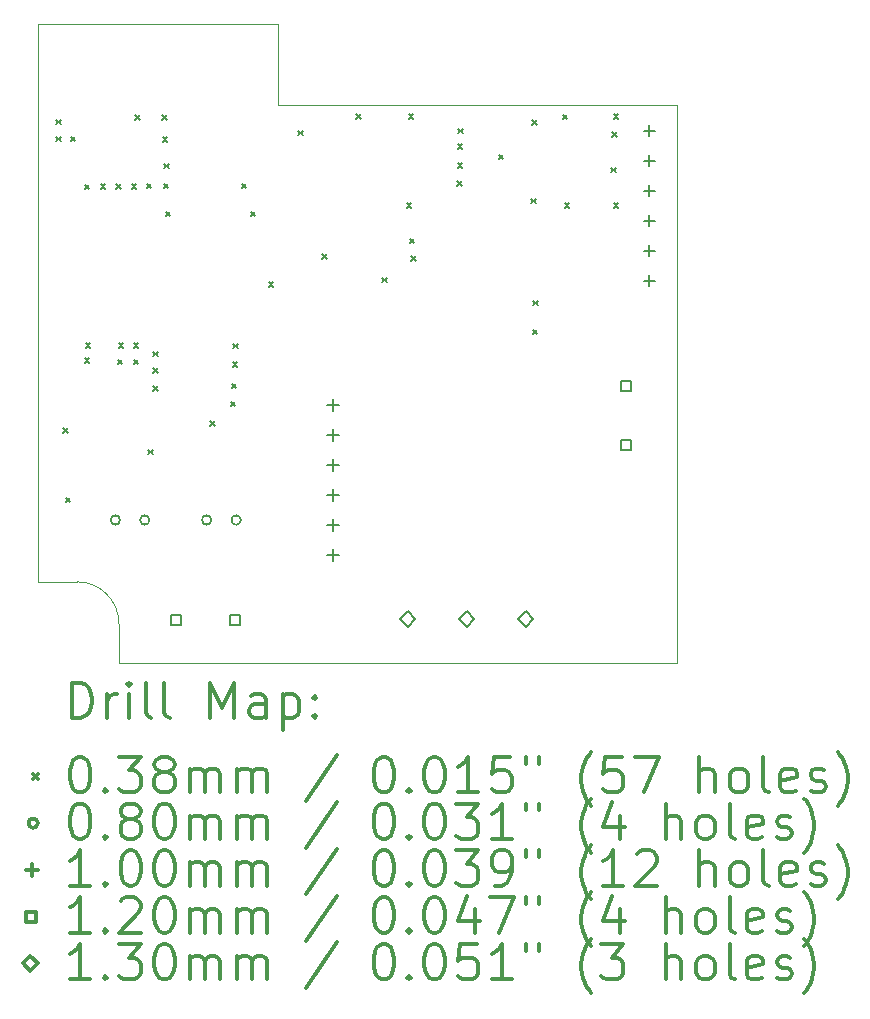
<source format=gbr>
%FSLAX45Y45*%
G04 Gerber Fmt 4.5, Leading zero omitted, Abs format (unit mm)*
G04 Created by KiCad (PCBNEW (5.1.8-0-10_14)) date 2021-08-13 20:41:15*
%MOMM*%
%LPD*%
G01*
G04 APERTURE LIST*
%TA.AperFunction,Profile*%
%ADD10C,0.025400*%
%TD*%
%ADD11C,0.200000*%
%ADD12C,0.300000*%
G04 APERTURE END LIST*
D10*
X22352000Y-8305800D02*
X25730200Y-8305800D01*
X22352000Y-8305800D02*
X22352000Y-7620000D01*
X20650200Y-12344400D02*
X20320000Y-12344400D01*
X21005800Y-12700000D02*
X21005800Y-13030200D01*
X21005800Y-12700000D02*
G75*
G03*
X20650200Y-12344400I-355600J0D01*
G01*
X20320000Y-12344400D02*
X20320000Y-7620000D01*
X21005800Y-13030200D02*
X25730200Y-13030200D01*
X25730200Y-8305800D02*
X25730200Y-13030200D01*
X20320000Y-7620000D02*
X22352000Y-7620000D01*
D11*
X20473670Y-8434070D02*
X20511770Y-8472170D01*
X20511770Y-8434070D02*
X20473670Y-8472170D01*
X20473670Y-8576310D02*
X20511770Y-8614410D01*
X20511770Y-8576310D02*
X20473670Y-8614410D01*
X20534630Y-11045190D02*
X20572730Y-11083290D01*
X20572730Y-11045190D02*
X20534630Y-11083290D01*
X20554950Y-11634470D02*
X20593050Y-11672570D01*
X20593050Y-11634470D02*
X20554950Y-11672570D01*
X20595590Y-8576310D02*
X20633690Y-8614410D01*
X20633690Y-8576310D02*
X20595590Y-8614410D01*
X20717510Y-8982710D02*
X20755610Y-9020810D01*
X20755610Y-8982710D02*
X20717510Y-9020810D01*
X20717510Y-10450830D02*
X20755610Y-10488930D01*
X20755610Y-10450830D02*
X20717510Y-10488930D01*
X20722590Y-10323830D02*
X20760690Y-10361930D01*
X20760690Y-10323830D02*
X20722590Y-10361930D01*
X20849590Y-8977630D02*
X20887690Y-9015730D01*
X20887690Y-8977630D02*
X20849590Y-9015730D01*
X20981670Y-8977630D02*
X21019770Y-9015730D01*
X21019770Y-8977630D02*
X20981670Y-9015730D01*
X20996910Y-10466070D02*
X21035010Y-10504170D01*
X21035010Y-10466070D02*
X20996910Y-10504170D01*
X21001990Y-10323830D02*
X21040090Y-10361930D01*
X21040090Y-10323830D02*
X21001990Y-10361930D01*
X21113750Y-8977630D02*
X21151850Y-9015730D01*
X21151850Y-8977630D02*
X21113750Y-9015730D01*
X21128990Y-10323830D02*
X21167090Y-10361930D01*
X21167090Y-10323830D02*
X21128990Y-10361930D01*
X21128990Y-10466070D02*
X21167090Y-10504170D01*
X21167090Y-10466070D02*
X21128990Y-10504170D01*
X21144230Y-8393430D02*
X21182330Y-8431530D01*
X21182330Y-8393430D02*
X21144230Y-8431530D01*
X21240750Y-8972550D02*
X21278850Y-9010650D01*
X21278850Y-8972550D02*
X21240750Y-9010650D01*
X21254390Y-11226470D02*
X21292490Y-11264570D01*
X21292490Y-11226470D02*
X21254390Y-11264570D01*
X21296630Y-10394950D02*
X21334730Y-10433050D01*
X21334730Y-10394950D02*
X21296630Y-10433050D01*
X21296630Y-10537190D02*
X21334730Y-10575290D01*
X21334730Y-10537190D02*
X21296630Y-10575290D01*
X21296630Y-10689590D02*
X21334730Y-10727690D01*
X21334730Y-10689590D02*
X21296630Y-10727690D01*
X21372830Y-8393430D02*
X21410930Y-8431530D01*
X21410930Y-8393430D02*
X21372830Y-8431530D01*
X21377910Y-8581390D02*
X21416010Y-8619490D01*
X21416010Y-8581390D02*
X21377910Y-8619490D01*
X21382990Y-8972550D02*
X21421090Y-9010650D01*
X21421090Y-8972550D02*
X21382990Y-9010650D01*
X21388070Y-8804910D02*
X21426170Y-8843010D01*
X21426170Y-8804910D02*
X21388070Y-8843010D01*
X21403310Y-9211310D02*
X21441410Y-9249410D01*
X21441410Y-9211310D02*
X21403310Y-9249410D01*
X21779230Y-10984230D02*
X21817330Y-11022330D01*
X21817330Y-10984230D02*
X21779230Y-11022330D01*
X21951950Y-10821670D02*
X21990050Y-10859770D01*
X21990050Y-10821670D02*
X21951950Y-10859770D01*
X21962110Y-10669270D02*
X22000210Y-10707370D01*
X22000210Y-10669270D02*
X21962110Y-10707370D01*
X21967190Y-10486390D02*
X22005290Y-10524490D01*
X22005290Y-10486390D02*
X21967190Y-10524490D01*
X21972270Y-10328910D02*
X22010370Y-10367010D01*
X22010370Y-10328910D02*
X21972270Y-10367010D01*
X22043390Y-8974030D02*
X22081490Y-9012130D01*
X22081490Y-8974030D02*
X22043390Y-9012130D01*
X22119590Y-9211310D02*
X22157690Y-9249410D01*
X22157690Y-9211310D02*
X22119590Y-9249410D01*
X22275590Y-9807150D02*
X22313690Y-9845250D01*
X22313690Y-9807150D02*
X22275590Y-9845250D01*
X22522390Y-8524030D02*
X22560490Y-8562130D01*
X22560490Y-8524030D02*
X22522390Y-8562130D01*
X22726990Y-9569790D02*
X22765090Y-9607890D01*
X22765090Y-9569790D02*
X22726990Y-9607890D01*
X23014110Y-8387910D02*
X23052210Y-8426010D01*
X23052210Y-8387910D02*
X23014110Y-8426010D01*
X23235950Y-9768870D02*
X23274050Y-9806970D01*
X23274050Y-9768870D02*
X23235950Y-9806970D01*
X23440390Y-9137650D02*
X23478490Y-9175750D01*
X23478490Y-9137650D02*
X23440390Y-9175750D01*
X23460270Y-8387910D02*
X23498370Y-8426010D01*
X23498370Y-8387910D02*
X23460270Y-8426010D01*
X23468870Y-9437910D02*
X23506970Y-9476010D01*
X23506970Y-9437910D02*
X23468870Y-9476010D01*
X23480350Y-9587910D02*
X23518450Y-9626010D01*
X23518450Y-9587910D02*
X23480350Y-9626010D01*
X23869650Y-8952230D02*
X23907750Y-8990330D01*
X23907750Y-8952230D02*
X23869650Y-8990330D01*
X23872190Y-8639810D02*
X23910290Y-8677910D01*
X23910290Y-8639810D02*
X23872190Y-8677910D01*
X23874730Y-8802370D02*
X23912830Y-8840470D01*
X23912830Y-8802370D02*
X23874730Y-8840470D01*
X23879810Y-8507730D02*
X23917910Y-8545830D01*
X23917910Y-8507730D02*
X23879810Y-8545830D01*
X24220950Y-8730470D02*
X24259050Y-8768570D01*
X24259050Y-8730470D02*
X24220950Y-8768570D01*
X24494490Y-9099550D02*
X24532590Y-9137650D01*
X24532590Y-9099550D02*
X24494490Y-9137650D01*
X24506250Y-8435670D02*
X24544350Y-8473770D01*
X24544350Y-8435670D02*
X24506250Y-8473770D01*
X24509730Y-10209530D02*
X24547830Y-10247630D01*
X24547830Y-10209530D02*
X24509730Y-10247630D01*
X24512270Y-9963150D02*
X24550370Y-10001250D01*
X24550370Y-9963150D02*
X24512270Y-10001250D01*
X24761190Y-8388350D02*
X24799290Y-8426450D01*
X24799290Y-8388350D02*
X24761190Y-8426450D01*
X24778711Y-9137910D02*
X24816811Y-9176010D01*
X24816811Y-9137910D02*
X24778711Y-9176010D01*
X25172650Y-8837910D02*
X25210750Y-8876010D01*
X25210750Y-8837910D02*
X25172650Y-8876010D01*
X25182530Y-8537910D02*
X25220630Y-8576010D01*
X25220630Y-8537910D02*
X25182530Y-8576010D01*
X25192550Y-8387910D02*
X25230650Y-8426010D01*
X25230650Y-8387910D02*
X25192550Y-8426010D01*
X25195270Y-9137910D02*
X25233370Y-9176010D01*
X25233370Y-9137910D02*
X25195270Y-9176010D01*
X21014240Y-11821160D02*
G75*
G03*
X21014240Y-11821160I-40000J0D01*
G01*
X21264240Y-11821160D02*
G75*
G03*
X21264240Y-11821160I-40000J0D01*
G01*
X21787480Y-11821160D02*
G75*
G03*
X21787480Y-11821160I-40000J0D01*
G01*
X22037480Y-11821160D02*
G75*
G03*
X22037480Y-11821160I-40000J0D01*
G01*
X22814280Y-10795800D02*
X22814280Y-10895800D01*
X22764280Y-10845800D02*
X22864280Y-10845800D01*
X22814280Y-11049800D02*
X22814280Y-11149800D01*
X22764280Y-11099800D02*
X22864280Y-11099800D01*
X22814280Y-11303800D02*
X22814280Y-11403800D01*
X22764280Y-11353800D02*
X22864280Y-11353800D01*
X22814280Y-11557800D02*
X22814280Y-11657800D01*
X22764280Y-11607800D02*
X22864280Y-11607800D01*
X22814280Y-11811800D02*
X22814280Y-11911800D01*
X22764280Y-11861800D02*
X22864280Y-11861800D01*
X22814280Y-12065800D02*
X22814280Y-12165800D01*
X22764280Y-12115800D02*
X22864280Y-12115800D01*
X25496520Y-8474240D02*
X25496520Y-8574240D01*
X25446520Y-8524240D02*
X25546520Y-8524240D01*
X25496520Y-8728240D02*
X25496520Y-8828240D01*
X25446520Y-8778240D02*
X25546520Y-8778240D01*
X25496520Y-8982240D02*
X25496520Y-9082240D01*
X25446520Y-9032240D02*
X25546520Y-9032240D01*
X25496520Y-9236240D02*
X25496520Y-9336240D01*
X25446520Y-9286240D02*
X25546520Y-9286240D01*
X25496520Y-9490240D02*
X25496520Y-9590240D01*
X25446520Y-9540240D02*
X25546520Y-9540240D01*
X25496520Y-9744240D02*
X25496520Y-9844240D01*
X25446520Y-9794240D02*
X25546520Y-9794240D01*
X21530827Y-12706867D02*
X21530827Y-12622013D01*
X21445973Y-12622013D01*
X21445973Y-12706867D01*
X21530827Y-12706867D01*
X22030827Y-12706867D02*
X22030827Y-12622013D01*
X21945973Y-12622013D01*
X21945973Y-12706867D01*
X22030827Y-12706867D01*
X25340827Y-10725667D02*
X25340827Y-10640813D01*
X25255973Y-10640813D01*
X25255973Y-10725667D01*
X25340827Y-10725667D01*
X25340827Y-11225667D02*
X25340827Y-11140813D01*
X25255973Y-11140813D01*
X25255973Y-11225667D01*
X25340827Y-11225667D01*
X23449280Y-12724360D02*
X23514280Y-12659360D01*
X23449280Y-12594360D01*
X23384280Y-12659360D01*
X23449280Y-12724360D01*
X23949280Y-12724360D02*
X24014280Y-12659360D01*
X23949280Y-12594360D01*
X23884280Y-12659360D01*
X23949280Y-12724360D01*
X24449280Y-12724360D02*
X24514280Y-12659360D01*
X24449280Y-12594360D01*
X24384280Y-12659360D01*
X24449280Y-12724360D01*
D12*
X20605158Y-13497184D02*
X20605158Y-13197184D01*
X20676587Y-13197184D01*
X20719444Y-13211470D01*
X20748016Y-13240041D01*
X20762301Y-13268613D01*
X20776587Y-13325756D01*
X20776587Y-13368613D01*
X20762301Y-13425756D01*
X20748016Y-13454327D01*
X20719444Y-13482899D01*
X20676587Y-13497184D01*
X20605158Y-13497184D01*
X20905158Y-13497184D02*
X20905158Y-13297184D01*
X20905158Y-13354327D02*
X20919444Y-13325756D01*
X20933730Y-13311470D01*
X20962301Y-13297184D01*
X20990873Y-13297184D01*
X21090873Y-13497184D02*
X21090873Y-13297184D01*
X21090873Y-13197184D02*
X21076587Y-13211470D01*
X21090873Y-13225756D01*
X21105158Y-13211470D01*
X21090873Y-13197184D01*
X21090873Y-13225756D01*
X21276587Y-13497184D02*
X21248016Y-13482899D01*
X21233730Y-13454327D01*
X21233730Y-13197184D01*
X21433730Y-13497184D02*
X21405158Y-13482899D01*
X21390873Y-13454327D01*
X21390873Y-13197184D01*
X21776587Y-13497184D02*
X21776587Y-13197184D01*
X21876587Y-13411470D01*
X21976587Y-13197184D01*
X21976587Y-13497184D01*
X22248016Y-13497184D02*
X22248016Y-13340041D01*
X22233730Y-13311470D01*
X22205158Y-13297184D01*
X22148016Y-13297184D01*
X22119444Y-13311470D01*
X22248016Y-13482899D02*
X22219444Y-13497184D01*
X22148016Y-13497184D01*
X22119444Y-13482899D01*
X22105158Y-13454327D01*
X22105158Y-13425756D01*
X22119444Y-13397184D01*
X22148016Y-13382899D01*
X22219444Y-13382899D01*
X22248016Y-13368613D01*
X22390873Y-13297184D02*
X22390873Y-13597184D01*
X22390873Y-13311470D02*
X22419444Y-13297184D01*
X22476587Y-13297184D01*
X22505158Y-13311470D01*
X22519444Y-13325756D01*
X22533730Y-13354327D01*
X22533730Y-13440041D01*
X22519444Y-13468613D01*
X22505158Y-13482899D01*
X22476587Y-13497184D01*
X22419444Y-13497184D01*
X22390873Y-13482899D01*
X22662301Y-13468613D02*
X22676587Y-13482899D01*
X22662301Y-13497184D01*
X22648016Y-13482899D01*
X22662301Y-13468613D01*
X22662301Y-13497184D01*
X22662301Y-13311470D02*
X22676587Y-13325756D01*
X22662301Y-13340041D01*
X22648016Y-13325756D01*
X22662301Y-13311470D01*
X22662301Y-13340041D01*
X20280630Y-13972420D02*
X20318730Y-14010520D01*
X20318730Y-13972420D02*
X20280630Y-14010520D01*
X20662301Y-13827184D02*
X20690873Y-13827184D01*
X20719444Y-13841470D01*
X20733730Y-13855756D01*
X20748016Y-13884327D01*
X20762301Y-13941470D01*
X20762301Y-14012899D01*
X20748016Y-14070041D01*
X20733730Y-14098613D01*
X20719444Y-14112899D01*
X20690873Y-14127184D01*
X20662301Y-14127184D01*
X20633730Y-14112899D01*
X20619444Y-14098613D01*
X20605158Y-14070041D01*
X20590873Y-14012899D01*
X20590873Y-13941470D01*
X20605158Y-13884327D01*
X20619444Y-13855756D01*
X20633730Y-13841470D01*
X20662301Y-13827184D01*
X20890873Y-14098613D02*
X20905158Y-14112899D01*
X20890873Y-14127184D01*
X20876587Y-14112899D01*
X20890873Y-14098613D01*
X20890873Y-14127184D01*
X21005158Y-13827184D02*
X21190873Y-13827184D01*
X21090873Y-13941470D01*
X21133730Y-13941470D01*
X21162301Y-13955756D01*
X21176587Y-13970041D01*
X21190873Y-13998613D01*
X21190873Y-14070041D01*
X21176587Y-14098613D01*
X21162301Y-14112899D01*
X21133730Y-14127184D01*
X21048016Y-14127184D01*
X21019444Y-14112899D01*
X21005158Y-14098613D01*
X21362301Y-13955756D02*
X21333730Y-13941470D01*
X21319444Y-13927184D01*
X21305158Y-13898613D01*
X21305158Y-13884327D01*
X21319444Y-13855756D01*
X21333730Y-13841470D01*
X21362301Y-13827184D01*
X21419444Y-13827184D01*
X21448016Y-13841470D01*
X21462301Y-13855756D01*
X21476587Y-13884327D01*
X21476587Y-13898613D01*
X21462301Y-13927184D01*
X21448016Y-13941470D01*
X21419444Y-13955756D01*
X21362301Y-13955756D01*
X21333730Y-13970041D01*
X21319444Y-13984327D01*
X21305158Y-14012899D01*
X21305158Y-14070041D01*
X21319444Y-14098613D01*
X21333730Y-14112899D01*
X21362301Y-14127184D01*
X21419444Y-14127184D01*
X21448016Y-14112899D01*
X21462301Y-14098613D01*
X21476587Y-14070041D01*
X21476587Y-14012899D01*
X21462301Y-13984327D01*
X21448016Y-13970041D01*
X21419444Y-13955756D01*
X21605158Y-14127184D02*
X21605158Y-13927184D01*
X21605158Y-13955756D02*
X21619444Y-13941470D01*
X21648016Y-13927184D01*
X21690873Y-13927184D01*
X21719444Y-13941470D01*
X21733730Y-13970041D01*
X21733730Y-14127184D01*
X21733730Y-13970041D02*
X21748016Y-13941470D01*
X21776587Y-13927184D01*
X21819444Y-13927184D01*
X21848016Y-13941470D01*
X21862301Y-13970041D01*
X21862301Y-14127184D01*
X22005158Y-14127184D02*
X22005158Y-13927184D01*
X22005158Y-13955756D02*
X22019444Y-13941470D01*
X22048016Y-13927184D01*
X22090873Y-13927184D01*
X22119444Y-13941470D01*
X22133730Y-13970041D01*
X22133730Y-14127184D01*
X22133730Y-13970041D02*
X22148016Y-13941470D01*
X22176587Y-13927184D01*
X22219444Y-13927184D01*
X22248016Y-13941470D01*
X22262301Y-13970041D01*
X22262301Y-14127184D01*
X22848016Y-13812899D02*
X22590873Y-14198613D01*
X23233730Y-13827184D02*
X23262301Y-13827184D01*
X23290873Y-13841470D01*
X23305158Y-13855756D01*
X23319444Y-13884327D01*
X23333730Y-13941470D01*
X23333730Y-14012899D01*
X23319444Y-14070041D01*
X23305158Y-14098613D01*
X23290873Y-14112899D01*
X23262301Y-14127184D01*
X23233730Y-14127184D01*
X23205158Y-14112899D01*
X23190873Y-14098613D01*
X23176587Y-14070041D01*
X23162301Y-14012899D01*
X23162301Y-13941470D01*
X23176587Y-13884327D01*
X23190873Y-13855756D01*
X23205158Y-13841470D01*
X23233730Y-13827184D01*
X23462301Y-14098613D02*
X23476587Y-14112899D01*
X23462301Y-14127184D01*
X23448016Y-14112899D01*
X23462301Y-14098613D01*
X23462301Y-14127184D01*
X23662301Y-13827184D02*
X23690873Y-13827184D01*
X23719444Y-13841470D01*
X23733730Y-13855756D01*
X23748016Y-13884327D01*
X23762301Y-13941470D01*
X23762301Y-14012899D01*
X23748016Y-14070041D01*
X23733730Y-14098613D01*
X23719444Y-14112899D01*
X23690873Y-14127184D01*
X23662301Y-14127184D01*
X23633730Y-14112899D01*
X23619444Y-14098613D01*
X23605158Y-14070041D01*
X23590873Y-14012899D01*
X23590873Y-13941470D01*
X23605158Y-13884327D01*
X23619444Y-13855756D01*
X23633730Y-13841470D01*
X23662301Y-13827184D01*
X24048016Y-14127184D02*
X23876587Y-14127184D01*
X23962301Y-14127184D02*
X23962301Y-13827184D01*
X23933730Y-13870041D01*
X23905158Y-13898613D01*
X23876587Y-13912899D01*
X24319444Y-13827184D02*
X24176587Y-13827184D01*
X24162301Y-13970041D01*
X24176587Y-13955756D01*
X24205158Y-13941470D01*
X24276587Y-13941470D01*
X24305158Y-13955756D01*
X24319444Y-13970041D01*
X24333730Y-13998613D01*
X24333730Y-14070041D01*
X24319444Y-14098613D01*
X24305158Y-14112899D01*
X24276587Y-14127184D01*
X24205158Y-14127184D01*
X24176587Y-14112899D01*
X24162301Y-14098613D01*
X24448016Y-13827184D02*
X24448016Y-13884327D01*
X24562301Y-13827184D02*
X24562301Y-13884327D01*
X25005158Y-14241470D02*
X24990873Y-14227184D01*
X24962301Y-14184327D01*
X24948016Y-14155756D01*
X24933730Y-14112899D01*
X24919444Y-14041470D01*
X24919444Y-13984327D01*
X24933730Y-13912899D01*
X24948016Y-13870041D01*
X24962301Y-13841470D01*
X24990873Y-13798613D01*
X25005158Y-13784327D01*
X25262301Y-13827184D02*
X25119444Y-13827184D01*
X25105158Y-13970041D01*
X25119444Y-13955756D01*
X25148016Y-13941470D01*
X25219444Y-13941470D01*
X25248016Y-13955756D01*
X25262301Y-13970041D01*
X25276587Y-13998613D01*
X25276587Y-14070041D01*
X25262301Y-14098613D01*
X25248016Y-14112899D01*
X25219444Y-14127184D01*
X25148016Y-14127184D01*
X25119444Y-14112899D01*
X25105158Y-14098613D01*
X25376587Y-13827184D02*
X25576587Y-13827184D01*
X25448016Y-14127184D01*
X25919444Y-14127184D02*
X25919444Y-13827184D01*
X26048016Y-14127184D02*
X26048016Y-13970041D01*
X26033730Y-13941470D01*
X26005158Y-13927184D01*
X25962301Y-13927184D01*
X25933730Y-13941470D01*
X25919444Y-13955756D01*
X26233730Y-14127184D02*
X26205158Y-14112899D01*
X26190873Y-14098613D01*
X26176587Y-14070041D01*
X26176587Y-13984327D01*
X26190873Y-13955756D01*
X26205158Y-13941470D01*
X26233730Y-13927184D01*
X26276587Y-13927184D01*
X26305158Y-13941470D01*
X26319444Y-13955756D01*
X26333730Y-13984327D01*
X26333730Y-14070041D01*
X26319444Y-14098613D01*
X26305158Y-14112899D01*
X26276587Y-14127184D01*
X26233730Y-14127184D01*
X26505158Y-14127184D02*
X26476587Y-14112899D01*
X26462301Y-14084327D01*
X26462301Y-13827184D01*
X26733730Y-14112899D02*
X26705158Y-14127184D01*
X26648016Y-14127184D01*
X26619444Y-14112899D01*
X26605158Y-14084327D01*
X26605158Y-13970041D01*
X26619444Y-13941470D01*
X26648016Y-13927184D01*
X26705158Y-13927184D01*
X26733730Y-13941470D01*
X26748016Y-13970041D01*
X26748016Y-13998613D01*
X26605158Y-14027184D01*
X26862301Y-14112899D02*
X26890873Y-14127184D01*
X26948016Y-14127184D01*
X26976587Y-14112899D01*
X26990873Y-14084327D01*
X26990873Y-14070041D01*
X26976587Y-14041470D01*
X26948016Y-14027184D01*
X26905158Y-14027184D01*
X26876587Y-14012899D01*
X26862301Y-13984327D01*
X26862301Y-13970041D01*
X26876587Y-13941470D01*
X26905158Y-13927184D01*
X26948016Y-13927184D01*
X26976587Y-13941470D01*
X27090873Y-14241470D02*
X27105158Y-14227184D01*
X27133730Y-14184327D01*
X27148016Y-14155756D01*
X27162301Y-14112899D01*
X27176587Y-14041470D01*
X27176587Y-13984327D01*
X27162301Y-13912899D01*
X27148016Y-13870041D01*
X27133730Y-13841470D01*
X27105158Y-13798613D01*
X27090873Y-13784327D01*
X20318730Y-14387470D02*
G75*
G03*
X20318730Y-14387470I-40000J0D01*
G01*
X20662301Y-14223184D02*
X20690873Y-14223184D01*
X20719444Y-14237470D01*
X20733730Y-14251756D01*
X20748016Y-14280327D01*
X20762301Y-14337470D01*
X20762301Y-14408899D01*
X20748016Y-14466041D01*
X20733730Y-14494613D01*
X20719444Y-14508899D01*
X20690873Y-14523184D01*
X20662301Y-14523184D01*
X20633730Y-14508899D01*
X20619444Y-14494613D01*
X20605158Y-14466041D01*
X20590873Y-14408899D01*
X20590873Y-14337470D01*
X20605158Y-14280327D01*
X20619444Y-14251756D01*
X20633730Y-14237470D01*
X20662301Y-14223184D01*
X20890873Y-14494613D02*
X20905158Y-14508899D01*
X20890873Y-14523184D01*
X20876587Y-14508899D01*
X20890873Y-14494613D01*
X20890873Y-14523184D01*
X21076587Y-14351756D02*
X21048016Y-14337470D01*
X21033730Y-14323184D01*
X21019444Y-14294613D01*
X21019444Y-14280327D01*
X21033730Y-14251756D01*
X21048016Y-14237470D01*
X21076587Y-14223184D01*
X21133730Y-14223184D01*
X21162301Y-14237470D01*
X21176587Y-14251756D01*
X21190873Y-14280327D01*
X21190873Y-14294613D01*
X21176587Y-14323184D01*
X21162301Y-14337470D01*
X21133730Y-14351756D01*
X21076587Y-14351756D01*
X21048016Y-14366041D01*
X21033730Y-14380327D01*
X21019444Y-14408899D01*
X21019444Y-14466041D01*
X21033730Y-14494613D01*
X21048016Y-14508899D01*
X21076587Y-14523184D01*
X21133730Y-14523184D01*
X21162301Y-14508899D01*
X21176587Y-14494613D01*
X21190873Y-14466041D01*
X21190873Y-14408899D01*
X21176587Y-14380327D01*
X21162301Y-14366041D01*
X21133730Y-14351756D01*
X21376587Y-14223184D02*
X21405158Y-14223184D01*
X21433730Y-14237470D01*
X21448016Y-14251756D01*
X21462301Y-14280327D01*
X21476587Y-14337470D01*
X21476587Y-14408899D01*
X21462301Y-14466041D01*
X21448016Y-14494613D01*
X21433730Y-14508899D01*
X21405158Y-14523184D01*
X21376587Y-14523184D01*
X21348016Y-14508899D01*
X21333730Y-14494613D01*
X21319444Y-14466041D01*
X21305158Y-14408899D01*
X21305158Y-14337470D01*
X21319444Y-14280327D01*
X21333730Y-14251756D01*
X21348016Y-14237470D01*
X21376587Y-14223184D01*
X21605158Y-14523184D02*
X21605158Y-14323184D01*
X21605158Y-14351756D02*
X21619444Y-14337470D01*
X21648016Y-14323184D01*
X21690873Y-14323184D01*
X21719444Y-14337470D01*
X21733730Y-14366041D01*
X21733730Y-14523184D01*
X21733730Y-14366041D02*
X21748016Y-14337470D01*
X21776587Y-14323184D01*
X21819444Y-14323184D01*
X21848016Y-14337470D01*
X21862301Y-14366041D01*
X21862301Y-14523184D01*
X22005158Y-14523184D02*
X22005158Y-14323184D01*
X22005158Y-14351756D02*
X22019444Y-14337470D01*
X22048016Y-14323184D01*
X22090873Y-14323184D01*
X22119444Y-14337470D01*
X22133730Y-14366041D01*
X22133730Y-14523184D01*
X22133730Y-14366041D02*
X22148016Y-14337470D01*
X22176587Y-14323184D01*
X22219444Y-14323184D01*
X22248016Y-14337470D01*
X22262301Y-14366041D01*
X22262301Y-14523184D01*
X22848016Y-14208899D02*
X22590873Y-14594613D01*
X23233730Y-14223184D02*
X23262301Y-14223184D01*
X23290873Y-14237470D01*
X23305158Y-14251756D01*
X23319444Y-14280327D01*
X23333730Y-14337470D01*
X23333730Y-14408899D01*
X23319444Y-14466041D01*
X23305158Y-14494613D01*
X23290873Y-14508899D01*
X23262301Y-14523184D01*
X23233730Y-14523184D01*
X23205158Y-14508899D01*
X23190873Y-14494613D01*
X23176587Y-14466041D01*
X23162301Y-14408899D01*
X23162301Y-14337470D01*
X23176587Y-14280327D01*
X23190873Y-14251756D01*
X23205158Y-14237470D01*
X23233730Y-14223184D01*
X23462301Y-14494613D02*
X23476587Y-14508899D01*
X23462301Y-14523184D01*
X23448016Y-14508899D01*
X23462301Y-14494613D01*
X23462301Y-14523184D01*
X23662301Y-14223184D02*
X23690873Y-14223184D01*
X23719444Y-14237470D01*
X23733730Y-14251756D01*
X23748016Y-14280327D01*
X23762301Y-14337470D01*
X23762301Y-14408899D01*
X23748016Y-14466041D01*
X23733730Y-14494613D01*
X23719444Y-14508899D01*
X23690873Y-14523184D01*
X23662301Y-14523184D01*
X23633730Y-14508899D01*
X23619444Y-14494613D01*
X23605158Y-14466041D01*
X23590873Y-14408899D01*
X23590873Y-14337470D01*
X23605158Y-14280327D01*
X23619444Y-14251756D01*
X23633730Y-14237470D01*
X23662301Y-14223184D01*
X23862301Y-14223184D02*
X24048016Y-14223184D01*
X23948016Y-14337470D01*
X23990873Y-14337470D01*
X24019444Y-14351756D01*
X24033730Y-14366041D01*
X24048016Y-14394613D01*
X24048016Y-14466041D01*
X24033730Y-14494613D01*
X24019444Y-14508899D01*
X23990873Y-14523184D01*
X23905158Y-14523184D01*
X23876587Y-14508899D01*
X23862301Y-14494613D01*
X24333730Y-14523184D02*
X24162301Y-14523184D01*
X24248016Y-14523184D02*
X24248016Y-14223184D01*
X24219444Y-14266041D01*
X24190873Y-14294613D01*
X24162301Y-14308899D01*
X24448016Y-14223184D02*
X24448016Y-14280327D01*
X24562301Y-14223184D02*
X24562301Y-14280327D01*
X25005158Y-14637470D02*
X24990873Y-14623184D01*
X24962301Y-14580327D01*
X24948016Y-14551756D01*
X24933730Y-14508899D01*
X24919444Y-14437470D01*
X24919444Y-14380327D01*
X24933730Y-14308899D01*
X24948016Y-14266041D01*
X24962301Y-14237470D01*
X24990873Y-14194613D01*
X25005158Y-14180327D01*
X25248016Y-14323184D02*
X25248016Y-14523184D01*
X25176587Y-14208899D02*
X25105158Y-14423184D01*
X25290873Y-14423184D01*
X25633730Y-14523184D02*
X25633730Y-14223184D01*
X25762301Y-14523184D02*
X25762301Y-14366041D01*
X25748016Y-14337470D01*
X25719444Y-14323184D01*
X25676587Y-14323184D01*
X25648016Y-14337470D01*
X25633730Y-14351756D01*
X25948016Y-14523184D02*
X25919444Y-14508899D01*
X25905158Y-14494613D01*
X25890873Y-14466041D01*
X25890873Y-14380327D01*
X25905158Y-14351756D01*
X25919444Y-14337470D01*
X25948016Y-14323184D01*
X25990873Y-14323184D01*
X26019444Y-14337470D01*
X26033730Y-14351756D01*
X26048016Y-14380327D01*
X26048016Y-14466041D01*
X26033730Y-14494613D01*
X26019444Y-14508899D01*
X25990873Y-14523184D01*
X25948016Y-14523184D01*
X26219444Y-14523184D02*
X26190873Y-14508899D01*
X26176587Y-14480327D01*
X26176587Y-14223184D01*
X26448016Y-14508899D02*
X26419444Y-14523184D01*
X26362301Y-14523184D01*
X26333730Y-14508899D01*
X26319444Y-14480327D01*
X26319444Y-14366041D01*
X26333730Y-14337470D01*
X26362301Y-14323184D01*
X26419444Y-14323184D01*
X26448016Y-14337470D01*
X26462301Y-14366041D01*
X26462301Y-14394613D01*
X26319444Y-14423184D01*
X26576587Y-14508899D02*
X26605158Y-14523184D01*
X26662301Y-14523184D01*
X26690873Y-14508899D01*
X26705158Y-14480327D01*
X26705158Y-14466041D01*
X26690873Y-14437470D01*
X26662301Y-14423184D01*
X26619444Y-14423184D01*
X26590873Y-14408899D01*
X26576587Y-14380327D01*
X26576587Y-14366041D01*
X26590873Y-14337470D01*
X26619444Y-14323184D01*
X26662301Y-14323184D01*
X26690873Y-14337470D01*
X26805158Y-14637470D02*
X26819444Y-14623184D01*
X26848016Y-14580327D01*
X26862301Y-14551756D01*
X26876587Y-14508899D01*
X26890873Y-14437470D01*
X26890873Y-14380327D01*
X26876587Y-14308899D01*
X26862301Y-14266041D01*
X26848016Y-14237470D01*
X26819444Y-14194613D01*
X26805158Y-14180327D01*
X20268730Y-14733470D02*
X20268730Y-14833470D01*
X20218730Y-14783470D02*
X20318730Y-14783470D01*
X20762301Y-14919184D02*
X20590873Y-14919184D01*
X20676587Y-14919184D02*
X20676587Y-14619184D01*
X20648016Y-14662041D01*
X20619444Y-14690613D01*
X20590873Y-14704899D01*
X20890873Y-14890613D02*
X20905158Y-14904899D01*
X20890873Y-14919184D01*
X20876587Y-14904899D01*
X20890873Y-14890613D01*
X20890873Y-14919184D01*
X21090873Y-14619184D02*
X21119444Y-14619184D01*
X21148016Y-14633470D01*
X21162301Y-14647756D01*
X21176587Y-14676327D01*
X21190873Y-14733470D01*
X21190873Y-14804899D01*
X21176587Y-14862041D01*
X21162301Y-14890613D01*
X21148016Y-14904899D01*
X21119444Y-14919184D01*
X21090873Y-14919184D01*
X21062301Y-14904899D01*
X21048016Y-14890613D01*
X21033730Y-14862041D01*
X21019444Y-14804899D01*
X21019444Y-14733470D01*
X21033730Y-14676327D01*
X21048016Y-14647756D01*
X21062301Y-14633470D01*
X21090873Y-14619184D01*
X21376587Y-14619184D02*
X21405158Y-14619184D01*
X21433730Y-14633470D01*
X21448016Y-14647756D01*
X21462301Y-14676327D01*
X21476587Y-14733470D01*
X21476587Y-14804899D01*
X21462301Y-14862041D01*
X21448016Y-14890613D01*
X21433730Y-14904899D01*
X21405158Y-14919184D01*
X21376587Y-14919184D01*
X21348016Y-14904899D01*
X21333730Y-14890613D01*
X21319444Y-14862041D01*
X21305158Y-14804899D01*
X21305158Y-14733470D01*
X21319444Y-14676327D01*
X21333730Y-14647756D01*
X21348016Y-14633470D01*
X21376587Y-14619184D01*
X21605158Y-14919184D02*
X21605158Y-14719184D01*
X21605158Y-14747756D02*
X21619444Y-14733470D01*
X21648016Y-14719184D01*
X21690873Y-14719184D01*
X21719444Y-14733470D01*
X21733730Y-14762041D01*
X21733730Y-14919184D01*
X21733730Y-14762041D02*
X21748016Y-14733470D01*
X21776587Y-14719184D01*
X21819444Y-14719184D01*
X21848016Y-14733470D01*
X21862301Y-14762041D01*
X21862301Y-14919184D01*
X22005158Y-14919184D02*
X22005158Y-14719184D01*
X22005158Y-14747756D02*
X22019444Y-14733470D01*
X22048016Y-14719184D01*
X22090873Y-14719184D01*
X22119444Y-14733470D01*
X22133730Y-14762041D01*
X22133730Y-14919184D01*
X22133730Y-14762041D02*
X22148016Y-14733470D01*
X22176587Y-14719184D01*
X22219444Y-14719184D01*
X22248016Y-14733470D01*
X22262301Y-14762041D01*
X22262301Y-14919184D01*
X22848016Y-14604899D02*
X22590873Y-14990613D01*
X23233730Y-14619184D02*
X23262301Y-14619184D01*
X23290873Y-14633470D01*
X23305158Y-14647756D01*
X23319444Y-14676327D01*
X23333730Y-14733470D01*
X23333730Y-14804899D01*
X23319444Y-14862041D01*
X23305158Y-14890613D01*
X23290873Y-14904899D01*
X23262301Y-14919184D01*
X23233730Y-14919184D01*
X23205158Y-14904899D01*
X23190873Y-14890613D01*
X23176587Y-14862041D01*
X23162301Y-14804899D01*
X23162301Y-14733470D01*
X23176587Y-14676327D01*
X23190873Y-14647756D01*
X23205158Y-14633470D01*
X23233730Y-14619184D01*
X23462301Y-14890613D02*
X23476587Y-14904899D01*
X23462301Y-14919184D01*
X23448016Y-14904899D01*
X23462301Y-14890613D01*
X23462301Y-14919184D01*
X23662301Y-14619184D02*
X23690873Y-14619184D01*
X23719444Y-14633470D01*
X23733730Y-14647756D01*
X23748016Y-14676327D01*
X23762301Y-14733470D01*
X23762301Y-14804899D01*
X23748016Y-14862041D01*
X23733730Y-14890613D01*
X23719444Y-14904899D01*
X23690873Y-14919184D01*
X23662301Y-14919184D01*
X23633730Y-14904899D01*
X23619444Y-14890613D01*
X23605158Y-14862041D01*
X23590873Y-14804899D01*
X23590873Y-14733470D01*
X23605158Y-14676327D01*
X23619444Y-14647756D01*
X23633730Y-14633470D01*
X23662301Y-14619184D01*
X23862301Y-14619184D02*
X24048016Y-14619184D01*
X23948016Y-14733470D01*
X23990873Y-14733470D01*
X24019444Y-14747756D01*
X24033730Y-14762041D01*
X24048016Y-14790613D01*
X24048016Y-14862041D01*
X24033730Y-14890613D01*
X24019444Y-14904899D01*
X23990873Y-14919184D01*
X23905158Y-14919184D01*
X23876587Y-14904899D01*
X23862301Y-14890613D01*
X24190873Y-14919184D02*
X24248016Y-14919184D01*
X24276587Y-14904899D01*
X24290873Y-14890613D01*
X24319444Y-14847756D01*
X24333730Y-14790613D01*
X24333730Y-14676327D01*
X24319444Y-14647756D01*
X24305158Y-14633470D01*
X24276587Y-14619184D01*
X24219444Y-14619184D01*
X24190873Y-14633470D01*
X24176587Y-14647756D01*
X24162301Y-14676327D01*
X24162301Y-14747756D01*
X24176587Y-14776327D01*
X24190873Y-14790613D01*
X24219444Y-14804899D01*
X24276587Y-14804899D01*
X24305158Y-14790613D01*
X24319444Y-14776327D01*
X24333730Y-14747756D01*
X24448016Y-14619184D02*
X24448016Y-14676327D01*
X24562301Y-14619184D02*
X24562301Y-14676327D01*
X25005158Y-15033470D02*
X24990873Y-15019184D01*
X24962301Y-14976327D01*
X24948016Y-14947756D01*
X24933730Y-14904899D01*
X24919444Y-14833470D01*
X24919444Y-14776327D01*
X24933730Y-14704899D01*
X24948016Y-14662041D01*
X24962301Y-14633470D01*
X24990873Y-14590613D01*
X25005158Y-14576327D01*
X25276587Y-14919184D02*
X25105158Y-14919184D01*
X25190873Y-14919184D02*
X25190873Y-14619184D01*
X25162301Y-14662041D01*
X25133730Y-14690613D01*
X25105158Y-14704899D01*
X25390873Y-14647756D02*
X25405158Y-14633470D01*
X25433730Y-14619184D01*
X25505158Y-14619184D01*
X25533730Y-14633470D01*
X25548016Y-14647756D01*
X25562301Y-14676327D01*
X25562301Y-14704899D01*
X25548016Y-14747756D01*
X25376587Y-14919184D01*
X25562301Y-14919184D01*
X25919444Y-14919184D02*
X25919444Y-14619184D01*
X26048016Y-14919184D02*
X26048016Y-14762041D01*
X26033730Y-14733470D01*
X26005158Y-14719184D01*
X25962301Y-14719184D01*
X25933730Y-14733470D01*
X25919444Y-14747756D01*
X26233730Y-14919184D02*
X26205158Y-14904899D01*
X26190873Y-14890613D01*
X26176587Y-14862041D01*
X26176587Y-14776327D01*
X26190873Y-14747756D01*
X26205158Y-14733470D01*
X26233730Y-14719184D01*
X26276587Y-14719184D01*
X26305158Y-14733470D01*
X26319444Y-14747756D01*
X26333730Y-14776327D01*
X26333730Y-14862041D01*
X26319444Y-14890613D01*
X26305158Y-14904899D01*
X26276587Y-14919184D01*
X26233730Y-14919184D01*
X26505158Y-14919184D02*
X26476587Y-14904899D01*
X26462301Y-14876327D01*
X26462301Y-14619184D01*
X26733730Y-14904899D02*
X26705158Y-14919184D01*
X26648016Y-14919184D01*
X26619444Y-14904899D01*
X26605158Y-14876327D01*
X26605158Y-14762041D01*
X26619444Y-14733470D01*
X26648016Y-14719184D01*
X26705158Y-14719184D01*
X26733730Y-14733470D01*
X26748016Y-14762041D01*
X26748016Y-14790613D01*
X26605158Y-14819184D01*
X26862301Y-14904899D02*
X26890873Y-14919184D01*
X26948016Y-14919184D01*
X26976587Y-14904899D01*
X26990873Y-14876327D01*
X26990873Y-14862041D01*
X26976587Y-14833470D01*
X26948016Y-14819184D01*
X26905158Y-14819184D01*
X26876587Y-14804899D01*
X26862301Y-14776327D01*
X26862301Y-14762041D01*
X26876587Y-14733470D01*
X26905158Y-14719184D01*
X26948016Y-14719184D01*
X26976587Y-14733470D01*
X27090873Y-15033470D02*
X27105158Y-15019184D01*
X27133730Y-14976327D01*
X27148016Y-14947756D01*
X27162301Y-14904899D01*
X27176587Y-14833470D01*
X27176587Y-14776327D01*
X27162301Y-14704899D01*
X27148016Y-14662041D01*
X27133730Y-14633470D01*
X27105158Y-14590613D01*
X27090873Y-14576327D01*
X20301157Y-15221897D02*
X20301157Y-15137043D01*
X20216303Y-15137043D01*
X20216303Y-15221897D01*
X20301157Y-15221897D01*
X20762301Y-15315184D02*
X20590873Y-15315184D01*
X20676587Y-15315184D02*
X20676587Y-15015184D01*
X20648016Y-15058041D01*
X20619444Y-15086613D01*
X20590873Y-15100899D01*
X20890873Y-15286613D02*
X20905158Y-15300899D01*
X20890873Y-15315184D01*
X20876587Y-15300899D01*
X20890873Y-15286613D01*
X20890873Y-15315184D01*
X21019444Y-15043756D02*
X21033730Y-15029470D01*
X21062301Y-15015184D01*
X21133730Y-15015184D01*
X21162301Y-15029470D01*
X21176587Y-15043756D01*
X21190873Y-15072327D01*
X21190873Y-15100899D01*
X21176587Y-15143756D01*
X21005158Y-15315184D01*
X21190873Y-15315184D01*
X21376587Y-15015184D02*
X21405158Y-15015184D01*
X21433730Y-15029470D01*
X21448016Y-15043756D01*
X21462301Y-15072327D01*
X21476587Y-15129470D01*
X21476587Y-15200899D01*
X21462301Y-15258041D01*
X21448016Y-15286613D01*
X21433730Y-15300899D01*
X21405158Y-15315184D01*
X21376587Y-15315184D01*
X21348016Y-15300899D01*
X21333730Y-15286613D01*
X21319444Y-15258041D01*
X21305158Y-15200899D01*
X21305158Y-15129470D01*
X21319444Y-15072327D01*
X21333730Y-15043756D01*
X21348016Y-15029470D01*
X21376587Y-15015184D01*
X21605158Y-15315184D02*
X21605158Y-15115184D01*
X21605158Y-15143756D02*
X21619444Y-15129470D01*
X21648016Y-15115184D01*
X21690873Y-15115184D01*
X21719444Y-15129470D01*
X21733730Y-15158041D01*
X21733730Y-15315184D01*
X21733730Y-15158041D02*
X21748016Y-15129470D01*
X21776587Y-15115184D01*
X21819444Y-15115184D01*
X21848016Y-15129470D01*
X21862301Y-15158041D01*
X21862301Y-15315184D01*
X22005158Y-15315184D02*
X22005158Y-15115184D01*
X22005158Y-15143756D02*
X22019444Y-15129470D01*
X22048016Y-15115184D01*
X22090873Y-15115184D01*
X22119444Y-15129470D01*
X22133730Y-15158041D01*
X22133730Y-15315184D01*
X22133730Y-15158041D02*
X22148016Y-15129470D01*
X22176587Y-15115184D01*
X22219444Y-15115184D01*
X22248016Y-15129470D01*
X22262301Y-15158041D01*
X22262301Y-15315184D01*
X22848016Y-15000899D02*
X22590873Y-15386613D01*
X23233730Y-15015184D02*
X23262301Y-15015184D01*
X23290873Y-15029470D01*
X23305158Y-15043756D01*
X23319444Y-15072327D01*
X23333730Y-15129470D01*
X23333730Y-15200899D01*
X23319444Y-15258041D01*
X23305158Y-15286613D01*
X23290873Y-15300899D01*
X23262301Y-15315184D01*
X23233730Y-15315184D01*
X23205158Y-15300899D01*
X23190873Y-15286613D01*
X23176587Y-15258041D01*
X23162301Y-15200899D01*
X23162301Y-15129470D01*
X23176587Y-15072327D01*
X23190873Y-15043756D01*
X23205158Y-15029470D01*
X23233730Y-15015184D01*
X23462301Y-15286613D02*
X23476587Y-15300899D01*
X23462301Y-15315184D01*
X23448016Y-15300899D01*
X23462301Y-15286613D01*
X23462301Y-15315184D01*
X23662301Y-15015184D02*
X23690873Y-15015184D01*
X23719444Y-15029470D01*
X23733730Y-15043756D01*
X23748016Y-15072327D01*
X23762301Y-15129470D01*
X23762301Y-15200899D01*
X23748016Y-15258041D01*
X23733730Y-15286613D01*
X23719444Y-15300899D01*
X23690873Y-15315184D01*
X23662301Y-15315184D01*
X23633730Y-15300899D01*
X23619444Y-15286613D01*
X23605158Y-15258041D01*
X23590873Y-15200899D01*
X23590873Y-15129470D01*
X23605158Y-15072327D01*
X23619444Y-15043756D01*
X23633730Y-15029470D01*
X23662301Y-15015184D01*
X24019444Y-15115184D02*
X24019444Y-15315184D01*
X23948016Y-15000899D02*
X23876587Y-15215184D01*
X24062301Y-15215184D01*
X24148016Y-15015184D02*
X24348016Y-15015184D01*
X24219444Y-15315184D01*
X24448016Y-15015184D02*
X24448016Y-15072327D01*
X24562301Y-15015184D02*
X24562301Y-15072327D01*
X25005158Y-15429470D02*
X24990873Y-15415184D01*
X24962301Y-15372327D01*
X24948016Y-15343756D01*
X24933730Y-15300899D01*
X24919444Y-15229470D01*
X24919444Y-15172327D01*
X24933730Y-15100899D01*
X24948016Y-15058041D01*
X24962301Y-15029470D01*
X24990873Y-14986613D01*
X25005158Y-14972327D01*
X25248016Y-15115184D02*
X25248016Y-15315184D01*
X25176587Y-15000899D02*
X25105158Y-15215184D01*
X25290873Y-15215184D01*
X25633730Y-15315184D02*
X25633730Y-15015184D01*
X25762301Y-15315184D02*
X25762301Y-15158041D01*
X25748016Y-15129470D01*
X25719444Y-15115184D01*
X25676587Y-15115184D01*
X25648016Y-15129470D01*
X25633730Y-15143756D01*
X25948016Y-15315184D02*
X25919444Y-15300899D01*
X25905158Y-15286613D01*
X25890873Y-15258041D01*
X25890873Y-15172327D01*
X25905158Y-15143756D01*
X25919444Y-15129470D01*
X25948016Y-15115184D01*
X25990873Y-15115184D01*
X26019444Y-15129470D01*
X26033730Y-15143756D01*
X26048016Y-15172327D01*
X26048016Y-15258041D01*
X26033730Y-15286613D01*
X26019444Y-15300899D01*
X25990873Y-15315184D01*
X25948016Y-15315184D01*
X26219444Y-15315184D02*
X26190873Y-15300899D01*
X26176587Y-15272327D01*
X26176587Y-15015184D01*
X26448016Y-15300899D02*
X26419444Y-15315184D01*
X26362301Y-15315184D01*
X26333730Y-15300899D01*
X26319444Y-15272327D01*
X26319444Y-15158041D01*
X26333730Y-15129470D01*
X26362301Y-15115184D01*
X26419444Y-15115184D01*
X26448016Y-15129470D01*
X26462301Y-15158041D01*
X26462301Y-15186613D01*
X26319444Y-15215184D01*
X26576587Y-15300899D02*
X26605158Y-15315184D01*
X26662301Y-15315184D01*
X26690873Y-15300899D01*
X26705158Y-15272327D01*
X26705158Y-15258041D01*
X26690873Y-15229470D01*
X26662301Y-15215184D01*
X26619444Y-15215184D01*
X26590873Y-15200899D01*
X26576587Y-15172327D01*
X26576587Y-15158041D01*
X26590873Y-15129470D01*
X26619444Y-15115184D01*
X26662301Y-15115184D01*
X26690873Y-15129470D01*
X26805158Y-15429470D02*
X26819444Y-15415184D01*
X26848016Y-15372327D01*
X26862301Y-15343756D01*
X26876587Y-15300899D01*
X26890873Y-15229470D01*
X26890873Y-15172327D01*
X26876587Y-15100899D01*
X26862301Y-15058041D01*
X26848016Y-15029470D01*
X26819444Y-14986613D01*
X26805158Y-14972327D01*
X20253730Y-15640470D02*
X20318730Y-15575470D01*
X20253730Y-15510470D01*
X20188730Y-15575470D01*
X20253730Y-15640470D01*
X20762301Y-15711184D02*
X20590873Y-15711184D01*
X20676587Y-15711184D02*
X20676587Y-15411184D01*
X20648016Y-15454041D01*
X20619444Y-15482613D01*
X20590873Y-15496899D01*
X20890873Y-15682613D02*
X20905158Y-15696899D01*
X20890873Y-15711184D01*
X20876587Y-15696899D01*
X20890873Y-15682613D01*
X20890873Y-15711184D01*
X21005158Y-15411184D02*
X21190873Y-15411184D01*
X21090873Y-15525470D01*
X21133730Y-15525470D01*
X21162301Y-15539756D01*
X21176587Y-15554041D01*
X21190873Y-15582613D01*
X21190873Y-15654041D01*
X21176587Y-15682613D01*
X21162301Y-15696899D01*
X21133730Y-15711184D01*
X21048016Y-15711184D01*
X21019444Y-15696899D01*
X21005158Y-15682613D01*
X21376587Y-15411184D02*
X21405158Y-15411184D01*
X21433730Y-15425470D01*
X21448016Y-15439756D01*
X21462301Y-15468327D01*
X21476587Y-15525470D01*
X21476587Y-15596899D01*
X21462301Y-15654041D01*
X21448016Y-15682613D01*
X21433730Y-15696899D01*
X21405158Y-15711184D01*
X21376587Y-15711184D01*
X21348016Y-15696899D01*
X21333730Y-15682613D01*
X21319444Y-15654041D01*
X21305158Y-15596899D01*
X21305158Y-15525470D01*
X21319444Y-15468327D01*
X21333730Y-15439756D01*
X21348016Y-15425470D01*
X21376587Y-15411184D01*
X21605158Y-15711184D02*
X21605158Y-15511184D01*
X21605158Y-15539756D02*
X21619444Y-15525470D01*
X21648016Y-15511184D01*
X21690873Y-15511184D01*
X21719444Y-15525470D01*
X21733730Y-15554041D01*
X21733730Y-15711184D01*
X21733730Y-15554041D02*
X21748016Y-15525470D01*
X21776587Y-15511184D01*
X21819444Y-15511184D01*
X21848016Y-15525470D01*
X21862301Y-15554041D01*
X21862301Y-15711184D01*
X22005158Y-15711184D02*
X22005158Y-15511184D01*
X22005158Y-15539756D02*
X22019444Y-15525470D01*
X22048016Y-15511184D01*
X22090873Y-15511184D01*
X22119444Y-15525470D01*
X22133730Y-15554041D01*
X22133730Y-15711184D01*
X22133730Y-15554041D02*
X22148016Y-15525470D01*
X22176587Y-15511184D01*
X22219444Y-15511184D01*
X22248016Y-15525470D01*
X22262301Y-15554041D01*
X22262301Y-15711184D01*
X22848016Y-15396899D02*
X22590873Y-15782613D01*
X23233730Y-15411184D02*
X23262301Y-15411184D01*
X23290873Y-15425470D01*
X23305158Y-15439756D01*
X23319444Y-15468327D01*
X23333730Y-15525470D01*
X23333730Y-15596899D01*
X23319444Y-15654041D01*
X23305158Y-15682613D01*
X23290873Y-15696899D01*
X23262301Y-15711184D01*
X23233730Y-15711184D01*
X23205158Y-15696899D01*
X23190873Y-15682613D01*
X23176587Y-15654041D01*
X23162301Y-15596899D01*
X23162301Y-15525470D01*
X23176587Y-15468327D01*
X23190873Y-15439756D01*
X23205158Y-15425470D01*
X23233730Y-15411184D01*
X23462301Y-15682613D02*
X23476587Y-15696899D01*
X23462301Y-15711184D01*
X23448016Y-15696899D01*
X23462301Y-15682613D01*
X23462301Y-15711184D01*
X23662301Y-15411184D02*
X23690873Y-15411184D01*
X23719444Y-15425470D01*
X23733730Y-15439756D01*
X23748016Y-15468327D01*
X23762301Y-15525470D01*
X23762301Y-15596899D01*
X23748016Y-15654041D01*
X23733730Y-15682613D01*
X23719444Y-15696899D01*
X23690873Y-15711184D01*
X23662301Y-15711184D01*
X23633730Y-15696899D01*
X23619444Y-15682613D01*
X23605158Y-15654041D01*
X23590873Y-15596899D01*
X23590873Y-15525470D01*
X23605158Y-15468327D01*
X23619444Y-15439756D01*
X23633730Y-15425470D01*
X23662301Y-15411184D01*
X24033730Y-15411184D02*
X23890873Y-15411184D01*
X23876587Y-15554041D01*
X23890873Y-15539756D01*
X23919444Y-15525470D01*
X23990873Y-15525470D01*
X24019444Y-15539756D01*
X24033730Y-15554041D01*
X24048016Y-15582613D01*
X24048016Y-15654041D01*
X24033730Y-15682613D01*
X24019444Y-15696899D01*
X23990873Y-15711184D01*
X23919444Y-15711184D01*
X23890873Y-15696899D01*
X23876587Y-15682613D01*
X24333730Y-15711184D02*
X24162301Y-15711184D01*
X24248016Y-15711184D02*
X24248016Y-15411184D01*
X24219444Y-15454041D01*
X24190873Y-15482613D01*
X24162301Y-15496899D01*
X24448016Y-15411184D02*
X24448016Y-15468327D01*
X24562301Y-15411184D02*
X24562301Y-15468327D01*
X25005158Y-15825470D02*
X24990873Y-15811184D01*
X24962301Y-15768327D01*
X24948016Y-15739756D01*
X24933730Y-15696899D01*
X24919444Y-15625470D01*
X24919444Y-15568327D01*
X24933730Y-15496899D01*
X24948016Y-15454041D01*
X24962301Y-15425470D01*
X24990873Y-15382613D01*
X25005158Y-15368327D01*
X25090873Y-15411184D02*
X25276587Y-15411184D01*
X25176587Y-15525470D01*
X25219444Y-15525470D01*
X25248016Y-15539756D01*
X25262301Y-15554041D01*
X25276587Y-15582613D01*
X25276587Y-15654041D01*
X25262301Y-15682613D01*
X25248016Y-15696899D01*
X25219444Y-15711184D01*
X25133730Y-15711184D01*
X25105158Y-15696899D01*
X25090873Y-15682613D01*
X25633730Y-15711184D02*
X25633730Y-15411184D01*
X25762301Y-15711184D02*
X25762301Y-15554041D01*
X25748016Y-15525470D01*
X25719444Y-15511184D01*
X25676587Y-15511184D01*
X25648016Y-15525470D01*
X25633730Y-15539756D01*
X25948016Y-15711184D02*
X25919444Y-15696899D01*
X25905158Y-15682613D01*
X25890873Y-15654041D01*
X25890873Y-15568327D01*
X25905158Y-15539756D01*
X25919444Y-15525470D01*
X25948016Y-15511184D01*
X25990873Y-15511184D01*
X26019444Y-15525470D01*
X26033730Y-15539756D01*
X26048016Y-15568327D01*
X26048016Y-15654041D01*
X26033730Y-15682613D01*
X26019444Y-15696899D01*
X25990873Y-15711184D01*
X25948016Y-15711184D01*
X26219444Y-15711184D02*
X26190873Y-15696899D01*
X26176587Y-15668327D01*
X26176587Y-15411184D01*
X26448016Y-15696899D02*
X26419444Y-15711184D01*
X26362301Y-15711184D01*
X26333730Y-15696899D01*
X26319444Y-15668327D01*
X26319444Y-15554041D01*
X26333730Y-15525470D01*
X26362301Y-15511184D01*
X26419444Y-15511184D01*
X26448016Y-15525470D01*
X26462301Y-15554041D01*
X26462301Y-15582613D01*
X26319444Y-15611184D01*
X26576587Y-15696899D02*
X26605158Y-15711184D01*
X26662301Y-15711184D01*
X26690873Y-15696899D01*
X26705158Y-15668327D01*
X26705158Y-15654041D01*
X26690873Y-15625470D01*
X26662301Y-15611184D01*
X26619444Y-15611184D01*
X26590873Y-15596899D01*
X26576587Y-15568327D01*
X26576587Y-15554041D01*
X26590873Y-15525470D01*
X26619444Y-15511184D01*
X26662301Y-15511184D01*
X26690873Y-15525470D01*
X26805158Y-15825470D02*
X26819444Y-15811184D01*
X26848016Y-15768327D01*
X26862301Y-15739756D01*
X26876587Y-15696899D01*
X26890873Y-15625470D01*
X26890873Y-15568327D01*
X26876587Y-15496899D01*
X26862301Y-15454041D01*
X26848016Y-15425470D01*
X26819444Y-15382613D01*
X26805158Y-15368327D01*
M02*

</source>
